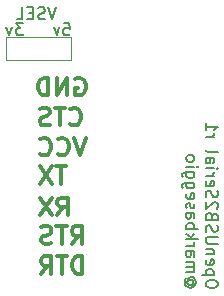
<source format=gbo>
G04 #@! TF.GenerationSoftware,KiCad,Pcbnew,(5.1.5)-3*
G04 #@! TF.CreationDate,2020-06-01T09:33:33-04:00*
G04 #@! TF.ProjectId,OpenUSB2Serial,4f70656e-5553-4423-9253-657269616c2e,rev?*
G04 #@! TF.SameCoordinates,Original*
G04 #@! TF.FileFunction,Legend,Bot*
G04 #@! TF.FilePolarity,Positive*
%FSLAX46Y46*%
G04 Gerber Fmt 4.6, Leading zero omitted, Abs format (unit mm)*
G04 Created by KiCad (PCBNEW (5.1.5)-3) date 2020-06-01 09:33:33*
%MOMM*%
%LPD*%
G04 APERTURE LIST*
%ADD10C,0.150000*%
%ADD11C,0.300000*%
%ADD12C,0.120000*%
G04 APERTURE END LIST*
D10*
X120117619Y-96374928D02*
X120117619Y-96184452D01*
X120070000Y-96089214D01*
X119974761Y-95993976D01*
X119784285Y-95946357D01*
X119450952Y-95946357D01*
X119260476Y-95993976D01*
X119165238Y-96089214D01*
X119117619Y-96184452D01*
X119117619Y-96374928D01*
X119165238Y-96470166D01*
X119260476Y-96565404D01*
X119450952Y-96613023D01*
X119784285Y-96613023D01*
X119974761Y-96565404D01*
X120070000Y-96470166D01*
X120117619Y-96374928D01*
X119784285Y-95517785D02*
X118784285Y-95517785D01*
X119736666Y-95517785D02*
X119784285Y-95422547D01*
X119784285Y-95232071D01*
X119736666Y-95136833D01*
X119689047Y-95089214D01*
X119593809Y-95041595D01*
X119308095Y-95041595D01*
X119212857Y-95089214D01*
X119165238Y-95136833D01*
X119117619Y-95232071D01*
X119117619Y-95422547D01*
X119165238Y-95517785D01*
X119165238Y-94232071D02*
X119117619Y-94327309D01*
X119117619Y-94517785D01*
X119165238Y-94613023D01*
X119260476Y-94660642D01*
X119641428Y-94660642D01*
X119736666Y-94613023D01*
X119784285Y-94517785D01*
X119784285Y-94327309D01*
X119736666Y-94232071D01*
X119641428Y-94184452D01*
X119546190Y-94184452D01*
X119450952Y-94660642D01*
X119784285Y-93755880D02*
X119117619Y-93755880D01*
X119689047Y-93755880D02*
X119736666Y-93708261D01*
X119784285Y-93613023D01*
X119784285Y-93470166D01*
X119736666Y-93374928D01*
X119641428Y-93327309D01*
X119117619Y-93327309D01*
X120117619Y-92851119D02*
X119308095Y-92851119D01*
X119212857Y-92803500D01*
X119165238Y-92755880D01*
X119117619Y-92660642D01*
X119117619Y-92470166D01*
X119165238Y-92374928D01*
X119212857Y-92327309D01*
X119308095Y-92279690D01*
X120117619Y-92279690D01*
X119165238Y-91851119D02*
X119117619Y-91708261D01*
X119117619Y-91470166D01*
X119165238Y-91374928D01*
X119212857Y-91327309D01*
X119308095Y-91279690D01*
X119403333Y-91279690D01*
X119498571Y-91327309D01*
X119546190Y-91374928D01*
X119593809Y-91470166D01*
X119641428Y-91660642D01*
X119689047Y-91755880D01*
X119736666Y-91803500D01*
X119831904Y-91851119D01*
X119927142Y-91851119D01*
X120022380Y-91803500D01*
X120070000Y-91755880D01*
X120117619Y-91660642D01*
X120117619Y-91422547D01*
X120070000Y-91279690D01*
X119641428Y-90517785D02*
X119593809Y-90374928D01*
X119546190Y-90327309D01*
X119450952Y-90279690D01*
X119308095Y-90279690D01*
X119212857Y-90327309D01*
X119165238Y-90374928D01*
X119117619Y-90470166D01*
X119117619Y-90851119D01*
X120117619Y-90851119D01*
X120117619Y-90517785D01*
X120070000Y-90422547D01*
X120022380Y-90374928D01*
X119927142Y-90327309D01*
X119831904Y-90327309D01*
X119736666Y-90374928D01*
X119689047Y-90422547D01*
X119641428Y-90517785D01*
X119641428Y-90851119D01*
X120022380Y-89898738D02*
X120070000Y-89851119D01*
X120117619Y-89755880D01*
X120117619Y-89517785D01*
X120070000Y-89422547D01*
X120022380Y-89374928D01*
X119927142Y-89327309D01*
X119831904Y-89327309D01*
X119689047Y-89374928D01*
X119117619Y-89946357D01*
X119117619Y-89327309D01*
X119165238Y-88946357D02*
X119117619Y-88803500D01*
X119117619Y-88565404D01*
X119165238Y-88470166D01*
X119212857Y-88422547D01*
X119308095Y-88374928D01*
X119403333Y-88374928D01*
X119498571Y-88422547D01*
X119546190Y-88470166D01*
X119593809Y-88565404D01*
X119641428Y-88755880D01*
X119689047Y-88851119D01*
X119736666Y-88898738D01*
X119831904Y-88946357D01*
X119927142Y-88946357D01*
X120022380Y-88898738D01*
X120070000Y-88851119D01*
X120117619Y-88755880D01*
X120117619Y-88517785D01*
X120070000Y-88374928D01*
X119165238Y-87565404D02*
X119117619Y-87660642D01*
X119117619Y-87851119D01*
X119165238Y-87946357D01*
X119260476Y-87993976D01*
X119641428Y-87993976D01*
X119736666Y-87946357D01*
X119784285Y-87851119D01*
X119784285Y-87660642D01*
X119736666Y-87565404D01*
X119641428Y-87517785D01*
X119546190Y-87517785D01*
X119450952Y-87993976D01*
X119117619Y-87089214D02*
X119784285Y-87089214D01*
X119593809Y-87089214D02*
X119689047Y-87041595D01*
X119736666Y-86993976D01*
X119784285Y-86898738D01*
X119784285Y-86803500D01*
X119117619Y-86470166D02*
X119784285Y-86470166D01*
X120117619Y-86470166D02*
X120070000Y-86517785D01*
X120022380Y-86470166D01*
X120070000Y-86422547D01*
X120117619Y-86470166D01*
X120022380Y-86470166D01*
X119117619Y-85565404D02*
X119641428Y-85565404D01*
X119736666Y-85613023D01*
X119784285Y-85708261D01*
X119784285Y-85898738D01*
X119736666Y-85993976D01*
X119165238Y-85565404D02*
X119117619Y-85660642D01*
X119117619Y-85898738D01*
X119165238Y-85993976D01*
X119260476Y-86041595D01*
X119355714Y-86041595D01*
X119450952Y-85993976D01*
X119498571Y-85898738D01*
X119498571Y-85660642D01*
X119546190Y-85565404D01*
X119117619Y-84946357D02*
X119165238Y-85041595D01*
X119260476Y-85089214D01*
X120117619Y-85089214D01*
X119117619Y-83803500D02*
X119784285Y-83803500D01*
X119593809Y-83803500D02*
X119689047Y-83755880D01*
X119736666Y-83708261D01*
X119784285Y-83613023D01*
X119784285Y-83517785D01*
X119117619Y-82660642D02*
X119117619Y-83232071D01*
X119117619Y-82946357D02*
X120117619Y-82946357D01*
X119974761Y-83041595D01*
X119879523Y-83136833D01*
X119831904Y-83232071D01*
X117943809Y-95946357D02*
X117991428Y-95993976D01*
X118039047Y-96089214D01*
X118039047Y-96184452D01*
X117991428Y-96279690D01*
X117943809Y-96327309D01*
X117848571Y-96374928D01*
X117753333Y-96374928D01*
X117658095Y-96327309D01*
X117610476Y-96279690D01*
X117562857Y-96184452D01*
X117562857Y-96089214D01*
X117610476Y-95993976D01*
X117658095Y-95946357D01*
X118039047Y-95946357D02*
X117658095Y-95946357D01*
X117610476Y-95898738D01*
X117610476Y-95851119D01*
X117658095Y-95755880D01*
X117753333Y-95708261D01*
X117991428Y-95708261D01*
X118134285Y-95803500D01*
X118229523Y-95946357D01*
X118277142Y-96136833D01*
X118229523Y-96327309D01*
X118134285Y-96470166D01*
X117991428Y-96565404D01*
X117800952Y-96613023D01*
X117610476Y-96565404D01*
X117467619Y-96470166D01*
X117372380Y-96327309D01*
X117324761Y-96136833D01*
X117372380Y-95946357D01*
X117467619Y-95803500D01*
X117467619Y-95279690D02*
X118134285Y-95279690D01*
X118039047Y-95279690D02*
X118086666Y-95232071D01*
X118134285Y-95136833D01*
X118134285Y-94993976D01*
X118086666Y-94898738D01*
X117991428Y-94851119D01*
X117467619Y-94851119D01*
X117991428Y-94851119D02*
X118086666Y-94803500D01*
X118134285Y-94708261D01*
X118134285Y-94565404D01*
X118086666Y-94470166D01*
X117991428Y-94422547D01*
X117467619Y-94422547D01*
X117467619Y-93517785D02*
X117991428Y-93517785D01*
X118086666Y-93565404D01*
X118134285Y-93660642D01*
X118134285Y-93851119D01*
X118086666Y-93946357D01*
X117515238Y-93517785D02*
X117467619Y-93613023D01*
X117467619Y-93851119D01*
X117515238Y-93946357D01*
X117610476Y-93993976D01*
X117705714Y-93993976D01*
X117800952Y-93946357D01*
X117848571Y-93851119D01*
X117848571Y-93613023D01*
X117896190Y-93517785D01*
X117467619Y-93041595D02*
X118134285Y-93041595D01*
X117943809Y-93041595D02*
X118039047Y-92993976D01*
X118086666Y-92946357D01*
X118134285Y-92851119D01*
X118134285Y-92755880D01*
X117467619Y-92422547D02*
X118467619Y-92422547D01*
X117848571Y-92327309D02*
X117467619Y-92041595D01*
X118134285Y-92041595D02*
X117753333Y-92422547D01*
X117467619Y-91613023D02*
X118467619Y-91613023D01*
X118086666Y-91613023D02*
X118134285Y-91517785D01*
X118134285Y-91327309D01*
X118086666Y-91232071D01*
X118039047Y-91184452D01*
X117943809Y-91136833D01*
X117658095Y-91136833D01*
X117562857Y-91184452D01*
X117515238Y-91232071D01*
X117467619Y-91327309D01*
X117467619Y-91517785D01*
X117515238Y-91613023D01*
X117467619Y-90279690D02*
X117991428Y-90279690D01*
X118086666Y-90327309D01*
X118134285Y-90422547D01*
X118134285Y-90613023D01*
X118086666Y-90708261D01*
X117515238Y-90279690D02*
X117467619Y-90374928D01*
X117467619Y-90613023D01*
X117515238Y-90708261D01*
X117610476Y-90755880D01*
X117705714Y-90755880D01*
X117800952Y-90708261D01*
X117848571Y-90613023D01*
X117848571Y-90374928D01*
X117896190Y-90279690D01*
X117515238Y-89851119D02*
X117467619Y-89755880D01*
X117467619Y-89565404D01*
X117515238Y-89470166D01*
X117610476Y-89422547D01*
X117658095Y-89422547D01*
X117753333Y-89470166D01*
X117800952Y-89565404D01*
X117800952Y-89708261D01*
X117848571Y-89803500D01*
X117943809Y-89851119D01*
X117991428Y-89851119D01*
X118086666Y-89803500D01*
X118134285Y-89708261D01*
X118134285Y-89565404D01*
X118086666Y-89470166D01*
X117515238Y-88613023D02*
X117467619Y-88708261D01*
X117467619Y-88898738D01*
X117515238Y-88993976D01*
X117610476Y-89041595D01*
X117991428Y-89041595D01*
X118086666Y-88993976D01*
X118134285Y-88898738D01*
X118134285Y-88708261D01*
X118086666Y-88613023D01*
X117991428Y-88565404D01*
X117896190Y-88565404D01*
X117800952Y-89041595D01*
X118134285Y-87708261D02*
X117324761Y-87708261D01*
X117229523Y-87755880D01*
X117181904Y-87803500D01*
X117134285Y-87898738D01*
X117134285Y-88041595D01*
X117181904Y-88136833D01*
X117515238Y-87708261D02*
X117467619Y-87803500D01*
X117467619Y-87993976D01*
X117515238Y-88089214D01*
X117562857Y-88136833D01*
X117658095Y-88184452D01*
X117943809Y-88184452D01*
X118039047Y-88136833D01*
X118086666Y-88089214D01*
X118134285Y-87993976D01*
X118134285Y-87803500D01*
X118086666Y-87708261D01*
X118134285Y-86803500D02*
X117324761Y-86803500D01*
X117229523Y-86851119D01*
X117181904Y-86898738D01*
X117134285Y-86993976D01*
X117134285Y-87136833D01*
X117181904Y-87232071D01*
X117515238Y-86803500D02*
X117467619Y-86898738D01*
X117467619Y-87089214D01*
X117515238Y-87184452D01*
X117562857Y-87232071D01*
X117658095Y-87279690D01*
X117943809Y-87279690D01*
X118039047Y-87232071D01*
X118086666Y-87184452D01*
X118134285Y-87089214D01*
X118134285Y-86898738D01*
X118086666Y-86803500D01*
X117467619Y-86327309D02*
X118134285Y-86327309D01*
X118467619Y-86327309D02*
X118420000Y-86374928D01*
X118372380Y-86327309D01*
X118420000Y-86279690D01*
X118467619Y-86327309D01*
X118372380Y-86327309D01*
X117467619Y-85708261D02*
X117515238Y-85803500D01*
X117562857Y-85851119D01*
X117658095Y-85898738D01*
X117943809Y-85898738D01*
X118039047Y-85851119D01*
X118086666Y-85803500D01*
X118134285Y-85708261D01*
X118134285Y-85565404D01*
X118086666Y-85470166D01*
X118039047Y-85422547D01*
X117943809Y-85374928D01*
X117658095Y-85374928D01*
X117562857Y-85422547D01*
X117515238Y-85470166D01*
X117467619Y-85565404D01*
X117467619Y-85708261D01*
X103664285Y-74202380D02*
X103045238Y-74202380D01*
X103378571Y-74583333D01*
X103235714Y-74583333D01*
X103140476Y-74630952D01*
X103092857Y-74678571D01*
X103045238Y-74773809D01*
X103045238Y-75011904D01*
X103092857Y-75107142D01*
X103140476Y-75154761D01*
X103235714Y-75202380D01*
X103521428Y-75202380D01*
X103616666Y-75154761D01*
X103664285Y-75107142D01*
X102711904Y-74535714D02*
X102473809Y-75202380D01*
X102235714Y-74535714D01*
X107092857Y-74202380D02*
X107569047Y-74202380D01*
X107616666Y-74678571D01*
X107569047Y-74630952D01*
X107473809Y-74583333D01*
X107235714Y-74583333D01*
X107140476Y-74630952D01*
X107092857Y-74678571D01*
X107045238Y-74773809D01*
X107045238Y-75011904D01*
X107092857Y-75107142D01*
X107140476Y-75154761D01*
X107235714Y-75202380D01*
X107473809Y-75202380D01*
X107569047Y-75154761D01*
X107616666Y-75107142D01*
X106711904Y-74535714D02*
X106473809Y-75202380D01*
X106235714Y-74535714D01*
D11*
X108076857Y-78879000D02*
X108219714Y-78807571D01*
X108434000Y-78807571D01*
X108648285Y-78879000D01*
X108791142Y-79021857D01*
X108862571Y-79164714D01*
X108934000Y-79450428D01*
X108934000Y-79664714D01*
X108862571Y-79950428D01*
X108791142Y-80093285D01*
X108648285Y-80236142D01*
X108434000Y-80307571D01*
X108291142Y-80307571D01*
X108076857Y-80236142D01*
X108005428Y-80164714D01*
X108005428Y-79664714D01*
X108291142Y-79664714D01*
X107362571Y-80307571D02*
X107362571Y-78807571D01*
X106505428Y-80307571D01*
X106505428Y-78807571D01*
X105791142Y-80307571D02*
X105791142Y-78807571D01*
X105434000Y-78807571D01*
X105219714Y-78879000D01*
X105076857Y-79021857D01*
X105005428Y-79164714D01*
X104934000Y-79450428D01*
X104934000Y-79664714D01*
X105005428Y-79950428D01*
X105076857Y-80093285D01*
X105219714Y-80236142D01*
X105434000Y-80307571D01*
X105791142Y-80307571D01*
X107628428Y-82704714D02*
X107699857Y-82776142D01*
X107914142Y-82847571D01*
X108057000Y-82847571D01*
X108271285Y-82776142D01*
X108414142Y-82633285D01*
X108485571Y-82490428D01*
X108557000Y-82204714D01*
X108557000Y-81990428D01*
X108485571Y-81704714D01*
X108414142Y-81561857D01*
X108271285Y-81419000D01*
X108057000Y-81347571D01*
X107914142Y-81347571D01*
X107699857Y-81419000D01*
X107628428Y-81490428D01*
X107199857Y-81347571D02*
X106342714Y-81347571D01*
X106771285Y-82847571D02*
X106771285Y-81347571D01*
X105914142Y-82776142D02*
X105699857Y-82847571D01*
X105342714Y-82847571D01*
X105199857Y-82776142D01*
X105128428Y-82704714D01*
X105057000Y-82561857D01*
X105057000Y-82419000D01*
X105128428Y-82276142D01*
X105199857Y-82204714D01*
X105342714Y-82133285D01*
X105628428Y-82061857D01*
X105771285Y-81990428D01*
X105842714Y-81919000D01*
X105914142Y-81776142D01*
X105914142Y-81633285D01*
X105842714Y-81490428D01*
X105771285Y-81419000D01*
X105628428Y-81347571D01*
X105271285Y-81347571D01*
X105057000Y-81419000D01*
X108934000Y-83887571D02*
X108434000Y-85387571D01*
X107934000Y-83887571D01*
X106576857Y-85244714D02*
X106648285Y-85316142D01*
X106862571Y-85387571D01*
X107005428Y-85387571D01*
X107219714Y-85316142D01*
X107362571Y-85173285D01*
X107434000Y-85030428D01*
X107505428Y-84744714D01*
X107505428Y-84530428D01*
X107434000Y-84244714D01*
X107362571Y-84101857D01*
X107219714Y-83959000D01*
X107005428Y-83887571D01*
X106862571Y-83887571D01*
X106648285Y-83959000D01*
X106576857Y-84030428D01*
X105076857Y-85244714D02*
X105148285Y-85316142D01*
X105362571Y-85387571D01*
X105505428Y-85387571D01*
X105719714Y-85316142D01*
X105862571Y-85173285D01*
X105934000Y-85030428D01*
X106005428Y-84744714D01*
X106005428Y-84530428D01*
X105934000Y-84244714D01*
X105862571Y-84101857D01*
X105719714Y-83959000D01*
X105505428Y-83887571D01*
X105362571Y-83887571D01*
X105148285Y-83959000D01*
X105076857Y-84030428D01*
X107314857Y-86300571D02*
X106457714Y-86300571D01*
X106886285Y-87800571D02*
X106886285Y-86300571D01*
X106100571Y-86300571D02*
X105100571Y-87800571D01*
X105100571Y-86300571D02*
X106100571Y-87800571D01*
X106549000Y-90467571D02*
X107049000Y-89753285D01*
X107406142Y-90467571D02*
X107406142Y-88967571D01*
X106834714Y-88967571D01*
X106691857Y-89039000D01*
X106620428Y-89110428D01*
X106549000Y-89253285D01*
X106549000Y-89467571D01*
X106620428Y-89610428D01*
X106691857Y-89681857D01*
X106834714Y-89753285D01*
X107406142Y-89753285D01*
X106049000Y-88967571D02*
X105049000Y-90467571D01*
X105049000Y-88967571D02*
X106049000Y-90467571D01*
X108648285Y-95420571D02*
X108648285Y-93920571D01*
X108291142Y-93920571D01*
X108076857Y-93992000D01*
X107934000Y-94134857D01*
X107862571Y-94277714D01*
X107791142Y-94563428D01*
X107791142Y-94777714D01*
X107862571Y-95063428D01*
X107934000Y-95206285D01*
X108076857Y-95349142D01*
X108291142Y-95420571D01*
X108648285Y-95420571D01*
X107362571Y-93920571D02*
X106505428Y-93920571D01*
X106934000Y-95420571D02*
X106934000Y-93920571D01*
X105148285Y-95420571D02*
X105648285Y-94706285D01*
X106005428Y-95420571D02*
X106005428Y-93920571D01*
X105434000Y-93920571D01*
X105291142Y-93992000D01*
X105219714Y-94063428D01*
X105148285Y-94206285D01*
X105148285Y-94420571D01*
X105219714Y-94563428D01*
X105291142Y-94634857D01*
X105434000Y-94706285D01*
X106005428Y-94706285D01*
X107755428Y-92880571D02*
X108255428Y-92166285D01*
X108612571Y-92880571D02*
X108612571Y-91380571D01*
X108041142Y-91380571D01*
X107898285Y-91452000D01*
X107826857Y-91523428D01*
X107755428Y-91666285D01*
X107755428Y-91880571D01*
X107826857Y-92023428D01*
X107898285Y-92094857D01*
X108041142Y-92166285D01*
X108612571Y-92166285D01*
X107326857Y-91380571D02*
X106469714Y-91380571D01*
X106898285Y-92880571D02*
X106898285Y-91380571D01*
X106041142Y-92809142D02*
X105826857Y-92880571D01*
X105469714Y-92880571D01*
X105326857Y-92809142D01*
X105255428Y-92737714D01*
X105184000Y-92594857D01*
X105184000Y-92452000D01*
X105255428Y-92309142D01*
X105326857Y-92237714D01*
X105469714Y-92166285D01*
X105755428Y-92094857D01*
X105898285Y-92023428D01*
X105969714Y-91952000D01*
X106041142Y-91809142D01*
X106041142Y-91666285D01*
X105969714Y-91523428D01*
X105898285Y-91452000D01*
X105755428Y-91380571D01*
X105398285Y-91380571D01*
X105184000Y-91452000D01*
D12*
X102200000Y-77300000D02*
X107700000Y-77300000D01*
X107700000Y-77300000D02*
X107700000Y-75350000D01*
X107700000Y-75350000D02*
X102200000Y-75350000D01*
X102200000Y-75350000D02*
X102200000Y-77300000D01*
D10*
X106441666Y-72858380D02*
X106108333Y-73858380D01*
X105775000Y-72858380D01*
X105489285Y-73810761D02*
X105346428Y-73858380D01*
X105108333Y-73858380D01*
X105013095Y-73810761D01*
X104965476Y-73763142D01*
X104917857Y-73667904D01*
X104917857Y-73572666D01*
X104965476Y-73477428D01*
X105013095Y-73429809D01*
X105108333Y-73382190D01*
X105298809Y-73334571D01*
X105394047Y-73286952D01*
X105441666Y-73239333D01*
X105489285Y-73144095D01*
X105489285Y-73048857D01*
X105441666Y-72953619D01*
X105394047Y-72906000D01*
X105298809Y-72858380D01*
X105060714Y-72858380D01*
X104917857Y-72906000D01*
X104489285Y-73334571D02*
X104155952Y-73334571D01*
X104013095Y-73858380D02*
X104489285Y-73858380D01*
X104489285Y-72858380D01*
X104013095Y-72858380D01*
X103108333Y-73858380D02*
X103584523Y-73858380D01*
X103584523Y-72858380D01*
M02*

</source>
